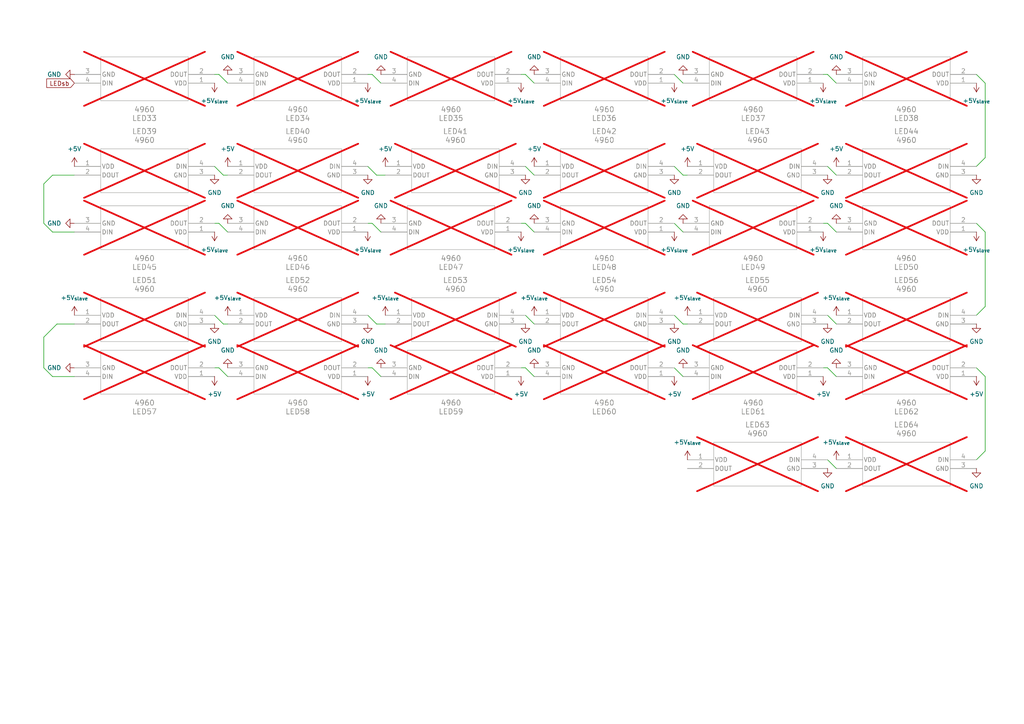
<source format=kicad_sch>
(kicad_sch (version 20250114) (generator "eeschema") (generator_version "9.0")
  (paper "A4")
  (lib_symbols
    (symbol "leds:4960" (pin_names (offset 0.254))
      (property "Reference" "LED" (at 20.32 10.16 0))
      (property "Value" "4960" (at 20.32 7.62 0))
      (symbol "4960_0_1"
        (polyline (pts (xy 7.62 5.08) (xy 7.62 -7.62)) (stroke (width 0.127)))
        (polyline (pts (xy 7.62 -7.62) (xy 33.02 -7.62)) (stroke (width 0.127)))
        (polyline (pts (xy 33.02 5.08) (xy 7.62 5.08)) (stroke (width 0.127)))
        (polyline (pts (xy 33.02 -7.62) (xy 33.02 5.08)) (stroke (width 0.127)))
        (pin power_in line (at 0 0 0) (length 7.62) (name "VDD") (number "1"))
        (pin output line (at 0 -2.54 0) (length 7.62) (name "DOUT") (number "2"))
        (pin input line (at 40.64 0 180) (length 7.62) (name "DIN") (number "4"))
        (pin power_out line (at 40.64 -2.54 180) (length 7.62) (name "GND") (number "3"))
      )
    )
    (symbol "power:+5V" (power) (pin_numbers (hide yes)) (pin_names (offset 0) (hide yes))
      (property "Value" "+5V" (at 0 3.556 0))
      (symbol "+5V_0_1"
        (polyline (pts (xy -0.762 1.27) (xy 0 2.54)))
        (polyline (pts (xy 0 2.54) (xy 0.762 1.27)))
        (polyline (pts (xy 0 0) (xy 0 2.54)))
      )
      (symbol "+5V_1_1"
        (pin power_in line (at 0 0 90) (length 0) (name "~") (number "1"))
      )
    )
    (symbol "power:GND" (power) (pin_numbers (hide yes)) (pin_names (offset 0) (hide yes))
      (property "Value" "GND" (at 0 -3.81 0))
      (symbol "GND_0_1"
        (polyline (pts (xy 0 0) (xy 0 -1.27) (xy 1.27 -1.27) (xy 0 -2.54) (xy -1.27 -1.27) (xy 0 -1.27)))
      )
      (symbol "GND_1_1"
        (pin power_in line (at 0 0 270) (length 0) (name "~") (number "1"))
      )
    )
  )
  (wire (pts (xy 15.24 50.8) (xy 12.7 53.34)))
  (wire (pts (xy 66.04 50.8) (xy 64.77 50.8)))
  (wire (pts (xy 195.58 64.77) (xy 198.12 67.31)))
  (wire (pts (xy 12.7 53.34) (xy 12.7 64.77)))
  (wire (pts (xy 63.5 64.77) (xy 66.04 67.31)))
  (wire (pts (xy 285.75 130.81) (xy 283.21 133.35)))
  (wire (pts (xy 12.7 106.68) (xy 15.24 109.22)))
  (wire (pts (xy 240.03 64.77) (xy 242.57 67.31)))
  (wire (pts (xy 285.75 109.22) (xy 285.75 130.81)))
  (wire (pts (xy 151.13 21.59) (xy 152.4 21.59)))
  (wire (pts (xy 238.76 64.77) (xy 240.03 64.77)))
  (wire (pts (xy 285.75 88.9) (xy 283.21 91.44)))
  (wire (pts (xy 152.4 64.77) (xy 154.94 67.31)))
  (wire (pts (xy 106.68 48.26) (xy 109.22 50.8)))
  (wire (pts (xy 242.57 50.8) (xy 240.03 48.26)))
  (wire (pts (xy 151.13 106.68) (xy 152.4 106.68)))
  (wire (pts (xy 64.77 50.8) (xy 62.23 48.26)))
  (wire (pts (xy 152.4 21.59) (xy 154.94 24.13)))
  (wire (pts (xy 66.04 93.98) (xy 64.77 93.98)))
  (wire (pts (xy 240.03 21.59) (xy 242.57 24.13)))
  (wire (pts (xy 285.75 24.13) (xy 285.75 45.72)))
  (wire (pts (xy 107.95 64.77) (xy 110.49 67.31)))
  (wire (pts (xy 62.23 106.68) (xy 63.5 106.68)))
  (wire (pts (xy 62.23 64.77) (xy 63.5 64.77)))
  (wire (pts (xy 106.68 91.44) (xy 109.22 93.98)))
  (wire (pts (xy 62.23 21.59) (xy 63.5 21.59)))
  (wire (pts (xy 242.57 135.89) (xy 240.03 133.35)))
  (wire (pts (xy 151.13 64.77) (xy 152.4 64.77)))
  (wire (pts (xy 154.94 93.98) (xy 152.4 91.44)))
  (wire (pts (xy 106.68 21.59) (xy 107.95 21.59)))
  (wire (pts (xy 21.59 93.98) (xy 16.51 93.98)))
  (wire (pts (xy 238.76 106.68) (xy 240.03 106.68)))
  (wire (pts (xy 21.59 50.8) (xy 15.24 50.8)))
  (wire (pts (xy 15.24 109.22) (xy 21.59 109.22)))
  (wire (pts (xy 152.4 106.68) (xy 154.94 109.22)))
  (wire (pts (xy 12.7 97.79) (xy 12.7 106.68)))
  (wire (pts (xy 63.5 21.59) (xy 66.04 24.13)))
  (wire (pts (xy 238.76 21.59) (xy 240.03 21.59)))
  (wire (pts (xy 198.12 93.98) (xy 195.58 91.44)))
  (wire (pts (xy 63.5 106.68) (xy 66.04 109.22)))
  (wire (pts (xy 283.21 21.59) (xy 285.75 24.13)))
  (wire (pts (xy 106.68 64.77) (xy 107.95 64.77)))
  (wire (pts (xy 195.58 106.68) (xy 198.12 109.22)))
  (wire (pts (xy 107.95 106.68) (xy 110.49 109.22)))
  (wire (pts (xy 240.03 106.68) (xy 242.57 109.22)))
  (wire (pts (xy 16.51 93.98) (xy 12.7 97.79)))
  (wire (pts (xy 15.24 67.31) (xy 21.59 67.31)))
  (wire (pts (xy 111.76 50.8) (xy 109.22 50.8)))
  (wire (pts (xy 285.75 67.31) (xy 285.75 88.9)))
  (wire (pts (xy 283.21 64.77) (xy 285.75 67.31)))
  (wire (pts (xy 199.39 50.8) (xy 198.12 50.8)))
  (wire (pts (xy 107.95 21.59) (xy 110.49 24.13)))
  (wire (pts (xy 199.39 93.98) (xy 198.12 93.98)))
  (wire (pts (xy 242.57 93.98) (xy 240.03 91.44)))
  (wire (pts (xy 283.21 106.68) (xy 285.75 109.22)))
  (wire (pts (xy 195.58 21.59) (xy 198.12 24.13)))
  (wire (pts (xy 154.94 50.8) (xy 152.4 48.26)))
  (wire (pts (xy 106.68 106.68) (xy 107.95 106.68)))
  (wire (pts (xy 64.77 93.98) (xy 62.23 91.44)))
  (wire (pts (xy 285.75 45.72) (xy 283.21 48.26)))
  (wire (pts (xy 12.7 64.77) (xy 15.24 67.31)))
  (wire (pts (xy 111.76 93.98) (xy 109.22 93.98)))
  (wire (pts (xy 198.12 50.8) (xy 195.58 48.26)))
  (global_label "LEDsb" (shape input) (at 21.59 24.13 180) (property "Intersheetrefs" "${INTERSHEET_REFS}" (effects (hide yes))))
  (symbol (lib_id "power:GND") (at 154.94 106.68 180) (unit 1)
    (property "Reference" "#PWR0183" (effects (hide yes)))
    (property "Value" "GND" (at 154.94 101.6 0))
    (property "Description" "Power symbol creates a global label with name \"GND\" , ground" (effects (hide yes)))
  )
  (symbol (lib_id "leds:4960") (at 21.59 91.44 0) (unit 1) (dnp yes)
    (property "Reference" "LED51" (at 41.91 81.28 0) (effects (font (size 1.524 1.524))))
    (property "Value" "4960" (at 41.91 83.82 0) (effects (font (size 1.524 1.524))))
    (property "Footprint" "easyeda2kicad:LED-SMD_L3.2-W2.8-LS5.9_SK6812MINI-E" (effects (hide yes)))
    (property "Datasheet" "4960" (effects (hide yes)))
  )
  (symbol (lib_id "power:+5V") (at 238.76 24.13 180) (unit 1)
    (property "Reference" "#PWR0142" (effects (hide yes)))
    (property "Value" "+5V_{slave}" (at 238.76 29.21 0))
    (property "Description" "Power symbol creates a global label with name \"+5V\"" (effects (hide yes)))
  )
  (symbol (lib_id "power:GND") (at 21.59 21.59 270) (unit 1)
    (property "Reference" "#PWR0132" (effects (hide yes)))
    (property "Value" "GND" (at 17.78 21.5901 90) (effects (justify right)))
    (property "Description" "Power symbol creates a global label with name \"GND\" , ground" (effects (hide yes)))
  )
  (symbol (lib_id "leds:4960") (at 106.68 67.31 180) (unit 1) (dnp yes)
    (property "Reference" "LED46" (at 86.36 77.47 0) (effects (font (size 1.524 1.524))))
    (property "Value" "4960" (at 86.36 74.93 0) (effects (font (size 1.524 1.524))))
    (property "Footprint" "easyeda2kicad:LED-SMD_L3.2-W2.8-LS5.9_SK6812MINI-E" (effects (hide yes)))
    (property "Datasheet" "4960" (effects (hide yes)))
  )
  (symbol (lib_id "power:+5V") (at 151.13 24.13 180) (unit 1)
    (property "Reference" "#PWR0140" (effects (hide yes)))
    (property "Value" "+5V_{slave}" (at 151.13 29.21 0))
    (property "Description" "Power symbol creates a global label with name \"+5V\"" (effects (hide yes)))
  )
  (symbol (lib_id "power:GND") (at 62.23 93.98 0) (unit 1)
    (property "Reference" "#PWR0174" (effects (hide yes)))
    (property "Value" "GND" (at 62.23 99.06 0))
    (property "Description" "Power symbol creates a global label with name \"GND\" , ground" (effects (hide yes)))
  )
  (symbol (lib_id "power:+5V") (at 106.68 67.31 180) (unit 1)
    (property "Reference" "#PWR0163" (effects (hide yes)))
    (property "Value" "+5V_{slave}" (at 106.68 72.39 0))
    (property "Description" "Power symbol creates a global label with name \"+5V\"" (effects (hide yes)))
  )
  (symbol (lib_id "leds:4960") (at 238.76 109.22 180) (unit 1) (dnp yes)
    (property "Reference" "LED61" (at 218.44 119.38 0) (effects (font (size 1.524 1.524))))
    (property "Value" "4960" (at 218.44 116.84 0) (effects (font (size 1.524 1.524))))
    (property "Footprint" "easyeda2kicad:LED-SMD_L3.2-W2.8-LS5.9_SK6812MINI-E" (effects (hide yes)))
    (property "Datasheet" "4960" (effects (hide yes)))
  )
  (symbol (lib_id "leds:4960") (at 154.94 91.44 0) (unit 1) (dnp yes)
    (property "Reference" "LED54" (at 175.26 81.28 0) (effects (font (size 1.524 1.524))))
    (property "Value" "4960" (at 175.26 83.82 0) (effects (font (size 1.524 1.524))))
    (property "Footprint" "easyeda2kicad:LED-SMD_L3.2-W2.8-LS5.9_SK6812MINI-E" (effects (hide yes)))
    (property "Datasheet" "4960" (effects (hide yes)))
  )
  (symbol (lib_id "leds:4960") (at 62.23 109.22 180) (unit 1) (dnp yes)
    (property "Reference" "LED57" (at 41.91 119.38 0) (effects (font (size 1.524 1.524))))
    (property "Value" "4960" (at 41.91 116.84 0) (effects (font (size 1.524 1.524))))
    (property "Footprint" "easyeda2kicad:LED-SMD_L3.2-W2.8-LS5.9_SK6812MINI-E" (effects (hide yes)))
    (property "Datasheet" "4960" (effects (hide yes)))
  )
  (symbol (lib_id "leds:4960") (at 154.94 48.26 0) (unit 1) (dnp yes)
    (property "Reference" "LED42" (at 175.26 38.1 0) (effects (font (size 1.524 1.524))))
    (property "Value" "4960" (at 175.26 40.64 0) (effects (font (size 1.524 1.524))))
    (property "Footprint" "easyeda2kicad:LED-SMD_L3.2-W2.8-LS5.9_SK6812MINI-E" (effects (hide yes)))
    (property "Datasheet" "4960" (effects (hide yes)))
  )
  (symbol (lib_id "power:GND") (at 240.03 50.8 0) (unit 1)
    (property "Reference" "#PWR0154" (effects (hide yes)))
    (property "Value" "GND" (at 240.03 55.88 0))
    (property "Description" "Power symbol creates a global label with name \"GND\" , ground" (effects (hide yes)))
  )
  (symbol (lib_id "power:GND") (at 198.12 64.77 180) (unit 1)
    (property "Reference" "#PWR0160" (effects (hide yes)))
    (property "Value" "GND" (at 198.12 59.69 0))
    (property "Description" "Power symbol creates a global label with name \"GND\" , ground" (effects (hide yes)))
  )
  (symbol (lib_id "leds:4960") (at 195.58 109.22 180) (unit 1) (dnp yes)
    (property "Reference" "LED60" (at 175.26 119.38 0) (effects (font (size 1.524 1.524))))
    (property "Value" "4960" (at 175.26 116.84 0) (effects (font (size 1.524 1.524))))
    (property "Footprint" "easyeda2kicad:LED-SMD_L3.2-W2.8-LS5.9_SK6812MINI-E" (effects (hide yes)))
    (property "Datasheet" "4960" (effects (hide yes)))
  )
  (symbol (lib_id "power:+5V") (at 151.13 67.31 180) (unit 1)
    (property "Reference" "#PWR0164" (effects (hide yes)))
    (property "Value" "+5V_{slave}" (at 151.13 72.39 0))
    (property "Description" "Power symbol creates a global label with name \"+5V\"" (effects (hide yes)))
  )
  (symbol (lib_id "power:GND") (at 283.21 93.98 0) (unit 1)
    (property "Reference" "#PWR0179" (effects (hide yes)))
    (property "Value" "GND" (at 283.21 99.06 0))
    (property "Description" "Power symbol creates a global label with name \"GND\" , ground" (effects (hide yes)))
  )
  (symbol (lib_id "leds:4960") (at 199.39 133.35 0) (unit 1) (dnp yes)
    (property "Reference" "LED63" (at 219.71 123.19 0) (effects (font (size 1.524 1.524))))
    (property "Value" "4960" (at 219.71 125.73 0) (effects (font (size 1.524 1.524))))
    (property "Footprint" "easyeda2kicad:LED-SMD_L3.2-W2.8-LS5.9_SK6812MINI-E" (effects (hide yes)))
    (property "Datasheet" "4960" (effects (hide yes)))
  )
  (symbol (lib_id "power:GND") (at 240.03 135.89 0) (unit 1)
    (property "Reference" "#PWR0194" (effects (hide yes)))
    (property "Value" "GND" (at 240.03 140.97 0))
    (property "Description" "Power symbol creates a global label with name \"GND\" , ground" (effects (hide yes)))
  )
  (symbol (lib_id "leds:4960") (at 66.04 48.26 0) (unit 1) (dnp yes)
    (property "Reference" "LED40" (at 86.36 38.1 0) (effects (font (size 1.524 1.524))))
    (property "Value" "4960" (at 86.36 40.64 0) (effects (font (size 1.524 1.524))))
    (property "Footprint" "easyeda2kicad:LED-SMD_L3.2-W2.8-LS5.9_SK6812MINI-E" (effects (hide yes)))
    (property "Datasheet" "4960" (effects (hide yes)))
  )
  (symbol (lib_id "power:GND") (at 198.12 106.68 180) (unit 1)
    (property "Reference" "#PWR0184" (effects (hide yes)))
    (property "Value" "GND" (at 198.12 101.6 0))
    (property "Description" "Power symbol creates a global label with name \"GND\" , ground" (effects (hide yes)))
  )
  (symbol (lib_id "power:+5V") (at 21.59 48.26 0) (unit 1)
    (property "Reference" "#PWR0144" (effects (hide yes)))
    (property "Value" "+5V" (at 21.59 43.18 0))
    (property "Description" "Power symbol creates a global label with name \"+5V\"" (effects (hide yes)))
  )
  (symbol (lib_id "power:+5V") (at 66.04 48.26 0) (unit 1)
    (property "Reference" "#PWR0145" (effects (hide yes)))
    (property "Value" "+5V" (at 66.04 43.18 0))
    (property "Description" "Power symbol creates a global label with name \"+5V\"" (effects (hide yes)))
  )
  (symbol (lib_id "power:GND") (at 62.23 50.8 0) (unit 1)
    (property "Reference" "#PWR0150" (effects (hide yes)))
    (property "Value" "GND" (at 62.23 55.88 0))
    (property "Description" "Power symbol creates a global label with name \"GND\" , ground" (effects (hide yes)))
  )
  (symbol (lib_id "power:+5V") (at 242.57 133.35 0) (unit 1)
    (property "Reference" "#PWR0193" (effects (hide yes)))
    (property "Value" "+5V_{slave}" (at 242.57 128.27 0))
    (property "Description" "Power symbol creates a global label with name \"+5V\"" (effects (hide yes)))
  )
  (symbol (lib_id "power:GND") (at 152.4 50.8 0) (unit 1)
    (property "Reference" "#PWR0152" (effects (hide yes)))
    (property "Value" "GND" (at 152.4 55.88 0))
    (property "Description" "Power symbol creates a global label with name \"GND\" , ground" (effects (hide yes)))
  )
  (symbol (lib_id "power:+5V") (at 283.21 24.13 180) (unit 1)
    (property "Reference" "#PWR0143" (effects (hide yes)))
    (property "Value" "+5V_{slave}" (at 283.21 29.21 0))
    (property "Description" "Power symbol creates a global label with name \"+5V\"" (effects (hide yes)))
  )
  (symbol (lib_id "leds:4960") (at 242.57 48.26 0) (unit 1) (dnp yes)
    (property "Reference" "LED44" (at 262.89 38.1 0) (effects (font (size 1.524 1.524))))
    (property "Value" "4960" (at 262.89 40.64 0) (effects (font (size 1.524 1.524))))
    (property "Footprint" "easyeda2kicad:LED-SMD_L3.2-W2.8-LS5.9_SK6812MINI-E" (effects (hide yes)))
    (property "Datasheet" "4960" (effects (hide yes)))
  )
  (symbol (lib_id "power:+5V") (at 199.39 48.26 0) (unit 1)
    (property "Reference" "#PWR0148" (effects (hide yes)))
    (property "Value" "+5V" (at 199.39 43.18 0))
    (property "Description" "Power symbol creates a global label with name \"+5V\"" (effects (hide yes)))
  )
  (symbol (lib_id "power:GND") (at 21.59 64.77 270) (unit 1)
    (property "Reference" "#PWR0156" (effects (hide yes)))
    (property "Value" "GND" (at 17.78 64.7701 90) (effects (justify right)))
    (property "Description" "Power symbol creates a global label with name \"GND\" , ground" (effects (hide yes)))
  )
  (symbol (lib_id "power:+5V") (at 199.39 133.35 0) (unit 1)
    (property "Reference" "#PWR0192" (effects (hide yes)))
    (property "Value" "+5V_{slave}" (at 199.39 128.27 0))
    (property "Description" "Power symbol creates a global label with name \"+5V\"" (effects (hide yes)))
  )
  (symbol (lib_id "power:GND") (at 66.04 21.59 180) (unit 1)
    (property "Reference" "#PWR0133" (effects (hide yes)))
    (property "Value" "GND" (at 66.04 16.51 0))
    (property "Description" "Power symbol creates a global label with name \"GND\" , ground" (effects (hide yes)))
  )
  (symbol (lib_id "leds:4960") (at 62.23 24.13 180) (unit 1) (dnp yes)
    (property "Reference" "LED33" (at 41.91 34.29 0) (effects (font (size 1.524 1.524))))
    (property "Value" "4960" (at 41.91 31.75 0) (effects (font (size 1.524 1.524))))
    (property "Footprint" "easyeda2kicad:LED-SMD_L3.2-W2.8-LS5.9_SK6812MINI-E" (effects (hide yes)))
    (property "Datasheet" "4960" (effects (hide yes)))
  )
  (symbol (lib_id "leds:4960") (at 242.57 91.44 0) (unit 1) (dnp yes)
    (property "Reference" "LED56" (at 262.89 81.28 0) (effects (font (size 1.524 1.524))))
    (property "Value" "4960" (at 262.89 83.82 0) (effects (font (size 1.524 1.524))))
    (property "Footprint" "easyeda2kicad:LED-SMD_L3.2-W2.8-LS5.9_SK6812MINI-E" (effects (hide yes)))
    (property "Datasheet" "4960" (effects (hide yes)))
  )
  (symbol (lib_id "leds:4960") (at 111.76 91.44 0) (unit 1) (dnp yes)
    (property "Reference" "LED53" (at 132.08 81.28 0) (effects (font (size 1.524 1.524))))
    (property "Value" "4960" (at 132.08 83.82 0) (effects (font (size 1.524 1.524))))
    (property "Footprint" "easyeda2kicad:LED-SMD_L3.2-W2.8-LS5.9_SK6812MINI-E" (effects (hide yes)))
    (property "Datasheet" "4960" (effects (hide yes)))
  )
  (symbol (lib_id "power:GND") (at 198.12 21.59 180) (unit 1)
    (property "Reference" "#PWR0136" (effects (hide yes)))
    (property "Value" "GND" (at 198.12 16.51 0))
    (property "Description" "Power symbol creates a global label with name \"GND\" , ground" (effects (hide yes)))
  )
  (symbol (lib_id "leds:4960") (at 106.68 109.22 180) (unit 1) (dnp yes)
    (property "Reference" "LED58" (at 86.36 119.38 0) (effects (font (size 1.524 1.524))))
    (property "Value" "4960" (at 86.36 116.84 0) (effects (font (size 1.524 1.524))))
    (property "Footprint" "easyeda2kicad:LED-SMD_L3.2-W2.8-LS5.9_SK6812MINI-E" (effects (hide yes)))
    (property "Datasheet" "4960" (effects (hide yes)))
  )
  (symbol (lib_id "power:+5V") (at 106.68 24.13 180) (unit 1)
    (property "Reference" "#PWR0139" (effects (hide yes)))
    (property "Value" "+5V_{slave}" (at 106.68 29.21 0))
    (property "Description" "Power symbol creates a global label with name \"+5V\"" (effects (hide yes)))
  )
  (symbol (lib_id "power:+5V") (at 199.39 91.44 0) (unit 1)
    (property "Reference" "#PWR0172" (effects (hide yes)))
    (property "Value" "+5V_{slave}" (at 199.39 86.36 0))
    (property "Description" "Power symbol creates a global label with name \"+5V\"" (effects (hide yes)))
  )
  (symbol (lib_id "leds:4960") (at 283.21 24.13 180) (unit 1) (dnp yes)
    (property "Reference" "LED38" (at 262.89 34.29 0) (effects (font (size 1.524 1.524))))
    (property "Value" "4960" (at 262.89 31.75 0) (effects (font (size 1.524 1.524))))
    (property "Footprint" "easyeda2kicad:LED-SMD_L3.2-W2.8-LS5.9_SK6812MINI-E" (effects (hide yes)))
    (property "Datasheet" "4960" (effects (hide yes)))
  )
  (symbol (lib_id "power:GND") (at 110.49 106.68 180) (unit 1)
    (property "Reference" "#PWR0182" (effects (hide yes)))
    (property "Value" "GND" (at 110.49 101.6 0))
    (property "Description" "Power symbol creates a global label with name \"GND\" , ground" (effects (hide yes)))
  )
  (symbol (lib_id "power:+5V") (at 195.58 67.31 180) (unit 1)
    (property "Reference" "#PWR0165" (effects (hide yes)))
    (property "Value" "+5V_{slave}" (at 195.58 72.39 0))
    (property "Description" "Power symbol creates a global label with name \"+5V\"" (effects (hide yes)))
  )
  (symbol (lib_id "leds:4960") (at 199.39 91.44 0) (unit 1) (dnp yes)
    (property "Reference" "LED55" (at 219.71 81.28 0) (effects (font (size 1.524 1.524))))
    (property "Value" "4960" (at 219.71 83.82 0) (effects (font (size 1.524 1.524))))
    (property "Footprint" "easyeda2kicad:LED-SMD_L3.2-W2.8-LS5.9_SK6812MINI-E" (effects (hide yes)))
    (property "Datasheet" "4960" (effects (hide yes)))
  )
  (symbol (lib_id "power:GND") (at 154.94 64.77 180) (unit 1)
    (property "Reference" "#PWR0159" (effects (hide yes)))
    (property "Value" "GND" (at 154.94 59.69 0))
    (property "Description" "Power symbol creates a global label with name \"GND\" , ground" (effects (hide yes)))
  )
  (symbol (lib_id "leds:4960") (at 195.58 67.31 180) (unit 1) (dnp yes)
    (property "Reference" "LED48" (at 175.26 77.47 0) (effects (font (size 1.524 1.524))))
    (property "Value" "4960" (at 175.26 74.93 0) (effects (font (size 1.524 1.524))))
    (property "Footprint" "easyeda2kicad:LED-SMD_L3.2-W2.8-LS5.9_SK6812MINI-E" (effects (hide yes)))
    (property "Datasheet" "4960" (effects (hide yes)))
  )
  (symbol (lib_id "power:+5V") (at 154.94 48.26 0) (unit 1)
    (property "Reference" "#PWR0147" (effects (hide yes)))
    (property "Value" "+5V" (at 154.94 43.18 0))
    (property "Description" "Power symbol creates a global label with name \"+5V\"" (effects (hide yes)))
  )
  (symbol (lib_id "leds:4960") (at 283.21 109.22 180) (unit 1) (dnp yes)
    (property "Reference" "LED62" (at 262.89 119.38 0) (effects (font (size 1.524 1.524))))
    (property "Value" "4960" (at 262.89 116.84 0) (effects (font (size 1.524 1.524))))
    (property "Footprint" "easyeda2kicad:LED-SMD_L3.2-W2.8-LS5.9_SK6812MINI-E" (effects (hide yes)))
    (property "Datasheet" "4960" (effects (hide yes)))
  )
  (symbol (lib_id "leds:4960") (at 62.23 67.31 180) (unit 1) (dnp yes)
    (property "Reference" "LED45" (at 41.91 77.47 0) (effects (font (size 1.524 1.524))))
    (property "Value" "4960" (at 41.91 74.93 0) (effects (font (size 1.524 1.524))))
    (property "Footprint" "easyeda2kicad:LED-SMD_L3.2-W2.8-LS5.9_SK6812MINI-E" (effects (hide yes)))
    (property "Datasheet" "4960" (effects (hide yes)))
  )
  (symbol (lib_id "leds:4960") (at 151.13 67.31 180) (unit 1) (dnp yes)
    (property "Reference" "LED47" (at 130.81 77.47 0) (effects (font (size 1.524 1.524))))
    (property "Value" "4960" (at 130.81 74.93 0) (effects (font (size 1.524 1.524))))
    (property "Footprint" "easyeda2kicad:LED-SMD_L3.2-W2.8-LS5.9_SK6812MINI-E" (effects (hide yes)))
    (property "Datasheet" "4960" (effects (hide yes)))
  )
  (symbol (lib_id "power:GND") (at 195.58 50.8 0) (unit 1)
    (property "Reference" "#PWR0153" (effects (hide yes)))
    (property "Value" "GND" (at 195.58 55.88 0))
    (property "Description" "Power symbol creates a global label with name \"GND\" , ground" (effects (hide yes)))
  )
  (symbol (lib_id "power:GND") (at 242.57 106.68 180) (unit 1)
    (property "Reference" "#PWR0185" (effects (hide yes)))
    (property "Value" "GND" (at 242.57 101.6 0))
    (property "Description" "Power symbol creates a global label with name \"GND\" , ground" (effects (hide yes)))
  )
  (symbol (lib_id "power:+5V") (at 238.76 109.22 180) (unit 1)
    (property "Reference" "#PWR0190" (effects (hide yes)))
    (property "Value" "+5V" (at 238.76 114.3 0))
    (property "Description" "Power symbol creates a global label with name \"+5V\"" (effects (hide yes)))
  )
  (symbol (lib_id "power:GND") (at 242.57 64.77 180) (unit 1)
    (property "Reference" "#PWR0161" (effects (hide yes)))
    (property "Value" "GND" (at 242.57 59.69 0))
    (property "Description" "Power symbol creates a global label with name \"GND\" , ground" (effects (hide yes)))
  )
  (symbol (lib_id "power:+5V") (at 283.21 67.31 180) (unit 1)
    (property "Reference" "#PWR0167" (effects (hide yes)))
    (property "Value" "+5V_{slave}" (at 283.21 72.39 0))
    (property "Description" "Power symbol creates a global label with name \"+5V\"" (effects (hide yes)))
  )
  (symbol (lib_id "leds:4960") (at 106.68 24.13 180) (unit 1) (dnp yes)
    (property "Reference" "LED34" (at 86.36 34.29 0) (effects (font (size 1.524 1.524))))
    (property "Value" "4960" (at 86.36 31.75 0) (effects (font (size 1.524 1.524))))
    (property "Footprint" "easyeda2kicad:LED-SMD_L3.2-W2.8-LS5.9_SK6812MINI-E" (effects (hide yes)))
    (property "Datasheet" "4960" (effects (hide yes)))
  )
  (symbol (lib_id "leds:4960") (at 238.76 67.31 180) (unit 1) (dnp yes)
    (property "Reference" "LED49" (at 218.44 77.47 0) (effects (font (size 1.524 1.524))))
    (property "Value" "4960" (at 218.44 74.93 0) (effects (font (size 1.524 1.524))))
    (property "Footprint" "easyeda2kicad:LED-SMD_L3.2-W2.8-LS5.9_SK6812MINI-E" (effects (hide yes)))
    (property "Datasheet" "4960" (effects (hide yes)))
  )
  (symbol (lib_id "power:+5V") (at 111.76 91.44 0) (unit 1)
    (property "Reference" "#PWR0170" (effects (hide yes)))
    (property "Value" "+5V_{slave}" (at 111.76 86.36 0))
    (property "Description" "Power symbol creates a global label with name \"+5V\"" (effects (hide yes)))
  )
  (symbol (lib_id "leds:4960") (at 151.13 24.13 180) (unit 1) (dnp yes)
    (property "Reference" "LED35" (at 130.81 34.29 0) (effects (font (size 1.524 1.524))))
    (property "Value" "4960" (at 130.81 31.75 0) (effects (font (size 1.524 1.524))))
    (property "Footprint" "easyeda2kicad:LED-SMD_L3.2-W2.8-LS5.9_SK6812MINI-E" (effects (hide yes)))
    (property "Datasheet" "4960" (effects (hide yes)))
  )
  (symbol (lib_id "power:GND") (at 154.94 21.59 180) (unit 1)
    (property "Reference" "#PWR0135" (effects (hide yes)))
    (property "Value" "GND" (at 154.94 16.51 0))
    (property "Description" "Power symbol creates a global label with name \"GND\" , ground" (effects (hide yes)))
  )
  (symbol (lib_id "leds:4960") (at 111.76 48.26 0) (unit 1) (dnp yes)
    (property "Reference" "LED41" (at 132.08 38.1 0) (effects (font (size 1.524 1.524))))
    (property "Value" "4960" (at 132.08 40.64 0) (effects (font (size 1.524 1.524))))
    (property "Footprint" "easyeda2kicad:LED-SMD_L3.2-W2.8-LS5.9_SK6812MINI-E" (effects (hide yes)))
    (property "Datasheet" "4960" (effects (hide yes)))
  )
  (symbol (lib_id "power:+5V") (at 238.76 67.31 180) (unit 1)
    (property "Reference" "#PWR0166" (effects (hide yes)))
    (property "Value" "+5V_{slave}" (at 238.76 72.39 0))
    (property "Description" "Power symbol creates a global label with name \"+5V\"" (effects (hide yes)))
  )
  (symbol (lib_id "leds:4960") (at 283.21 67.31 180) (unit 1) (dnp yes)
    (property "Reference" "LED50" (at 262.89 77.47 0) (effects (font (size 1.524 1.524))))
    (property "Value" "4960" (at 262.89 74.93 0) (effects (font (size 1.524 1.524))))
    (property "Footprint" "easyeda2kicad:LED-SMD_L3.2-W2.8-LS5.9_SK6812MINI-E" (effects (hide yes)))
    (property "Datasheet" "4960" (effects (hide yes)))
  )
  (symbol (lib_id "power:+5V") (at 242.57 48.26 0) (unit 1)
    (property "Reference" "#PWR0149" (effects (hide yes)))
    (property "Value" "+5V" (at 242.57 43.18 0))
    (property "Description" "Power symbol creates a global label with name \"+5V\"" (effects (hide yes)))
  )
  (symbol (lib_id "power:+5V") (at 283.21 109.22 180) (unit 1)
    (property "Reference" "#PWR0191" (effects (hide yes)))
    (property "Value" "+5V" (at 283.21 114.3 0))
    (property "Description" "Power symbol creates a global label with name \"+5V\"" (effects (hide yes)))
  )
  (symbol (lib_id "power:+5V") (at 154.94 91.44 0) (unit 1)
    (property "Reference" "#PWR0171" (effects (hide yes)))
    (property "Value" "+5V_{slave}" (at 154.94 86.36 0))
    (property "Description" "Power symbol creates a global label with name \"+5V\"" (effects (hide yes)))
  )
  (symbol (lib_id "power:GND") (at 240.03 93.98 0) (unit 1)
    (property "Reference" "#PWR0178" (effects (hide yes)))
    (property "Value" "GND" (at 240.03 99.06 0))
    (property "Description" "Power symbol creates a global label with name \"GND\" , ground" (effects (hide yes)))
  )
  (symbol (lib_id "power:GND") (at 242.57 21.59 180) (unit 1)
    (property "Reference" "#PWR0137" (effects (hide yes)))
    (property "Value" "GND" (at 242.57 16.51 0))
    (property "Description" "Power symbol creates a global label with name \"GND\" , ground" (effects (hide yes)))
  )
  (symbol (lib_id "power:GND") (at 152.4 93.98 0) (unit 1)
    (property "Reference" "#PWR0176" (effects (hide yes)))
    (property "Value" "GND" (at 152.4 99.06 0))
    (property "Description" "Power symbol creates a global label with name \"GND\" , ground" (effects (hide yes)))
  )
  (symbol (lib_id "leds:4960") (at 21.59 48.26 0) (unit 1) (dnp yes)
    (property "Reference" "LED39" (at 41.91 38.1 0) (effects (font (size 1.524 1.524))))
    (property "Value" "4960" (at 41.91 40.64 0) (effects (font (size 1.524 1.524))))
    (property "Footprint" "easyeda2kicad:LED-SMD_L3.2-W2.8-LS5.9_SK6812MINI-E" (effects (hide yes)))
    (property "Datasheet" "4960" (effects (hide yes)))
  )
  (symbol (lib_id "power:+5V") (at 195.58 24.13 180) (unit 1)
    (property "Reference" "#PWR0141" (effects (hide yes)))
    (property "Value" "+5V_{slave}" (at 195.58 29.21 0))
    (property "Description" "Power symbol creates a global label with name \"+5V\"" (effects (hide yes)))
  )
  (symbol (lib_id "power:+5V") (at 62.23 109.22 180) (unit 1)
    (property "Reference" "#PWR0186" (effects (hide yes)))
    (property "Value" "+5V" (at 62.23 114.3 0))
    (property "Description" "Power symbol creates a global label with name \"+5V\"" (effects (hide yes)))
  )
  (symbol (lib_id "power:GND") (at 66.04 64.77 180) (unit 1)
    (property "Reference" "#PWR0157" (effects (hide yes)))
    (property "Value" "GND" (at 66.04 59.69 0))
    (property "Description" "Power symbol creates a global label with name \"GND\" , ground" (effects (hide yes)))
  )
  (symbol (lib_id "power:GND") (at 283.21 50.8 0) (unit 1)
    (property "Reference" "#PWR0155" (effects (hide yes)))
    (property "Value" "GND" (at 283.21 55.88 0))
    (property "Description" "Power symbol creates a global label with name \"GND\" , ground" (effects (hide yes)))
  )
  (symbol (lib_id "power:+5V") (at 242.57 91.44 0) (unit 1)
    (property "Reference" "#PWR0173" (effects (hide yes)))
    (property "Value" "+5V_{slave}" (at 242.57 86.36 0))
    (property "Description" "Power symbol creates a global label with name \"+5V\"" (effects (hide yes)))
  )
  (symbol (lib_id "power:GND") (at 195.58 93.98 0) (unit 1)
    (property "Reference" "#PWR0177" (effects (hide yes)))
    (property "Value" "GND" (at 195.58 99.06 0))
    (property "Description" "Power symbol creates a global label with name \"GND\" , ground" (effects (hide yes)))
  )
  (symbol (lib_id "leds:4960") (at 199.39 48.26 0) (unit 1) (dnp yes)
    (property "Reference" "LED43" (at 219.71 38.1 0) (effects (font (size 1.524 1.524))))
    (property "Value" "4960" (at 219.71 40.64 0) (effects (font (size 1.524 1.524))))
    (property "Footprint" "easyeda2kicad:LED-SMD_L3.2-W2.8-LS5.9_SK6812MINI-E" (effects (hide yes)))
    (property "Datasheet" "4960" (effects (hide yes)))
  )
  (symbol (lib_id "power:+5V") (at 195.58 109.22 180) (unit 1)
    (property "Reference" "#PWR0189" (effects (hide yes)))
    (property "Value" "+5V" (at 195.58 114.3 0))
    (property "Description" "Power symbol creates a global label with name \"+5V\"" (effects (hide yes)))
  )
  (symbol (lib_id "power:GND") (at 66.04 106.68 180) (unit 1)
    (property "Reference" "#PWR0181" (effects (hide yes)))
    (property "Value" "GND" (at 66.04 101.6 0))
    (property "Description" "Power symbol creates a global label with name \"GND\" , ground" (effects (hide yes)))
  )
  (symbol (lib_id "leds:4960") (at 66.04 91.44 0) (unit 1) (dnp yes)
    (property "Reference" "LED52" (at 86.36 81.28 0) (effects (font (size 1.524 1.524))))
    (property "Value" "4960" (at 86.36 83.82 0) (effects (font (size 1.524 1.524))))
    (property "Footprint" "easyeda2kicad:LED-SMD_L3.2-W2.8-LS5.9_SK6812MINI-E" (effects (hide yes)))
    (property "Datasheet" "4960" (effects (hide yes)))
  )
  (symbol (lib_id "power:+5V") (at 62.23 67.31 180) (unit 1)
    (property "Reference" "#PWR0162" (effects (hide yes)))
    (property "Value" "+5V_{slave}" (at 62.23 72.39 0))
    (property "Description" "Power symbol creates a global label with name \"+5V\"" (effects (hide yes)))
  )
  (symbol (lib_id "leds:4960") (at 238.76 24.13 180) (unit 1) (dnp yes)
    (property "Reference" "LED37" (at 218.44 34.29 0) (effects (font (size 1.524 1.524))))
    (property "Value" "4960" (at 218.44 31.75 0) (effects (font (size 1.524 1.524))))
    (property "Footprint" "easyeda2kicad:LED-SMD_L3.2-W2.8-LS5.9_SK6812MINI-E" (effects (hide yes)))
    (property "Datasheet" "4960" (effects (hide yes)))
  )
  (symbol (lib_id "leds:4960") (at 242.57 133.35 0) (unit 1) (dnp yes)
    (property "Reference" "LED64" (at 262.89 123.19 0) (effects (font (size 1.524 1.524))))
    (property "Value" "4960" (at 262.89 125.73 0) (effects (font (size 1.524 1.524))))
    (property "Footprint" "easyeda2kicad:LED-SMD_L3.2-W2.8-LS5.9_SK6812MINI-E" (effects (hide yes)))
    (property "Datasheet" "4960" (effects (hide yes)))
  )
  (symbol (lib_id "power:+5V") (at 21.59 91.44 0) (unit 1)
    (property "Reference" "#PWR0168" (effects (hide yes)))
    (property "Value" "+5V_{slave}" (at 21.59 86.36 0))
    (property "Description" "Power symbol creates a global label with name \"+5V\"" (effects (hide yes)))
  )
  (symbol (lib_id "power:GND") (at 106.68 50.8 0) (unit 1)
    (property "Reference" "#PWR0151" (effects (hide yes)))
    (property "Value" "GND" (at 106.68 55.88 0))
    (property "Description" "Power symbol creates a global label with name \"GND\" , ground" (effects (hide yes)))
  )
  (symbol (lib_id "power:GND") (at 21.59 106.68 270) (unit 1)
    (property "Reference" "#PWR0180" (effects (hide yes)))
    (property "Value" "GND" (at 17.78 106.6801 90) (effects (justify right)))
    (property "Description" "Power symbol creates a global label with name \"GND\" , ground" (effects (hide yes)))
  )
  (symbol (lib_id "power:+5V") (at 66.04 91.44 0) (unit 1)
    (property "Reference" "#PWR0169" (effects (hide yes)))
    (property "Value" "+5V_{slave}" (at 66.04 86.36 0))
    (property "Description" "Power symbol creates a global label with name \"+5V\"" (effects (hide yes)))
  )
  (symbol (lib_id "leds:4960") (at 195.58 24.13 180) (unit 1) (dnp yes)
    (property "Reference" "LED36" (at 175.26 34.29 0) (effects (font (size 1.524 1.524))))
    (property "Value" "4960" (at 175.26 31.75 0) (effects (font (size 1.524 1.524))))
    (property "Footprint" "easyeda2kicad:LED-SMD_L3.2-W2.8-LS5.9_SK6812MINI-E" (effects (hide yes)))
    (property "Datasheet" "4960" (effects (hide yes)))
  )
  (symbol (lib_id "leds:4960") (at 151.13 109.22 180) (unit 1) (dnp yes)
    (property "Reference" "LED59" (at 130.81 119.38 0) (effects (font (size 1.524 1.524))))
    (property "Value" "4960" (at 130.81 116.84 0) (effects (font (size 1.524 1.524))))
    (property "Footprint" "easyeda2kicad:LED-SMD_L3.2-W2.8-LS5.9_SK6812MINI-E" (effects (hide yes)))
    (property "Datasheet" "4960" (effects (hide yes)))
  )
  (symbol (lib_id "power:+5V") (at 111.76 48.26 0) (unit 1)
    (property "Reference" "#PWR0146" (effects (hide yes)))
    (property "Value" "+5V" (at 111.76 43.18 0))
    (property "Description" "Power symbol creates a global label with name \"+5V\"" (effects (hide yes)))
  )
  (symbol (lib_id "power:GND") (at 283.21 135.89 0) (unit 1)
    (property "Reference" "#PWR0195" (effects (hide yes)))
    (property "Value" "GND" (at 283.21 140.97 0))
    (property "Description" "Power symbol creates a global label with name \"GND\" , ground" (effects (hide yes)))
  )
  (symbol (lib_id "power:+5V") (at 151.13 109.22 180) (unit 1)
    (property "Reference" "#PWR0188" (effects (hide yes)))
    (property "Value" "+5V" (at 151.13 114.3 0))
    (property "Description" "Power symbol creates a global label with name \"+5V\"" (effects (hide yes)))
  )
  (symbol (lib_id "power:GND") (at 106.68 93.98 0) (unit 1)
    (property "Reference" "#PWR0175" (effects (hide yes)))
    (property "Value" "GND" (at 106.68 99.06 0))
    (property "Description" "Power symbol creates a global label with name \"GND\" , ground" (effects (hide yes)))
  )
  (symbol (lib_id "power:GND") (at 110.49 21.59 180) (unit 1)
    (property "Reference" "#PWR0134" (effects (hide yes)))
    (property "Value" "GND" (at 110.49 16.51 0))
    (property "Description" "Power symbol creates a global label with name \"GND\" , ground" (effects (hide yes)))
  )
  (symbol (lib_id "power:+5V") (at 106.68 109.22 180) (unit 1)
    (property "Reference" "#PWR0187" (effects (hide yes)))
    (property "Value" "+5V" (at 106.68 114.3 0))
    (property "Description" "Power symbol creates a global label with name \"+5V\"" (effects (hide yes)))
  )
  (symbol (lib_id "power:+5V") (at 62.23 24.13 180) (unit 1)
    (property "Reference" "#PWR0138" (effects (hide yes)))
    (property "Value" "+5V_{slave}" (at 62.23 29.21 0))
    (property "Description" "Power symbol creates a global label with name \"+5V\"" (effects (hide yes)))
  )
  (symbol (lib_id "power:GND") (at 110.49 64.77 180) (unit 1)
    (property "Reference" "#PWR0158" (effects (hide yes)))
    (property "Value" "GND" (at 110.49 59.69 0))
    (property "Description" "Power symbol creates a global label with name \"GND\" , ground" (effects (hide yes)))
  )
)
</source>
